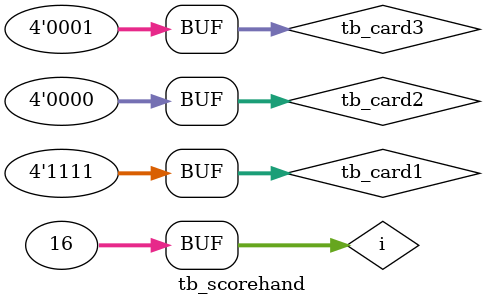
<source format=sv>
`timescale 1 ps / 1 ps

module tb_scorehand();
    reg [3:0] tb_card1;
    reg [3:0] tb_card2; 
    reg [3:0] tb_card3; 
    wire [3:0] tb_total;
    integer i;
    
    scorehand DUT (.card1(tb_card1), .card2(tb_card2), .card3(tb_card3), .total(tb_total));

    initial 
    begin
        for (i = 0;i < 16;i = i + 1 ) 
        begin
            tb_card1 = i;
            tb_card2 = i + 1;
            tb_card3 = i + 2;
            #10;    
        end
    end
// Your testbench goes here. Make sure your tests exercise the entire design
// in the .sv file.  Note that in our tests the simulator will exit after
// 10,000 ticks (equivalent to "initial #10000 $finish();").
						
endmodule


</source>
